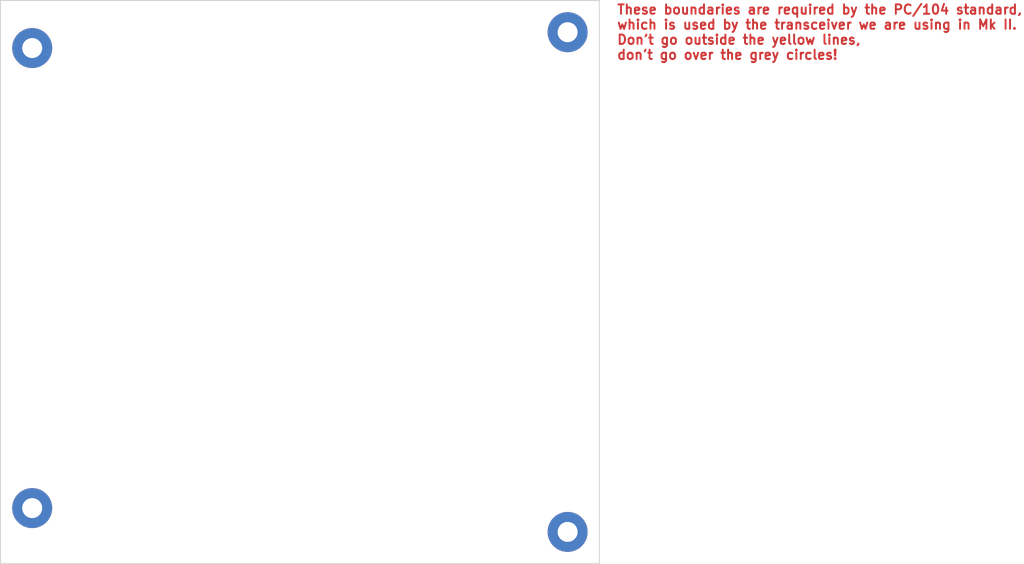
<source format=kicad_pcb>
(kicad_pcb (version 4) (host pcbnew 4.0.7)

  (general
    (links 0)
    (no_connects 0)
    (area 98.589999 48.309999 263.414284 141.520002)
    (thickness 1.6)
    (drawings 5)
    (tracks 4)
    (zones 0)
    (modules 0)
    (nets 1)
  )

  (page A4)
  (layers
    (0 F.Cu signal)
    (31 B.Cu signal)
    (32 B.Adhes user)
    (33 F.Adhes user)
    (34 B.Paste user)
    (35 F.Paste user)
    (36 B.SilkS user)
    (37 F.SilkS user)
    (38 B.Mask user)
    (39 F.Mask user)
    (40 Dwgs.User user)
    (41 Cmts.User user)
    (42 Eco1.User user)
    (43 Eco2.User user)
    (44 Edge.Cuts user)
    (45 Margin user)
    (46 B.CrtYd user)
    (47 F.CrtYd user)
    (48 B.Fab user)
    (49 F.Fab user)
  )

  (setup
    (last_trace_width 0.25)
    (trace_clearance 0.2)
    (zone_clearance 0.508)
    (zone_45_only no)
    (trace_min 0.2)
    (segment_width 0.2)
    (edge_width 0.15)
    (via_size 0.6)
    (via_drill 0.4)
    (via_min_size 0.4)
    (via_min_drill 0.3)
    (user_via 6.4 3.2)
    (uvia_size 0.3)
    (uvia_drill 0.1)
    (uvias_allowed no)
    (uvia_min_size 0.2)
    (uvia_min_drill 0.1)
    (pcb_text_width 0.3)
    (pcb_text_size 1.5 1.5)
    (mod_edge_width 0.15)
    (mod_text_size 1 1)
    (mod_text_width 0.15)
    (pad_size 11 11)
    (pad_drill 6.4)
    (pad_to_mask_clearance 0.2)
    (aux_axis_origin 0 0)
    (visible_elements 7FFFFFFF)
    (pcbplotparams
      (layerselection 0x00030_80000001)
      (usegerberextensions false)
      (excludeedgelayer true)
      (linewidth 0.100000)
      (plotframeref false)
      (viasonmask false)
      (mode 1)
      (useauxorigin false)
      (hpglpennumber 1)
      (hpglpenspeed 20)
      (hpglpendiameter 15)
      (hpglpenoverlay 2)
      (psnegative false)
      (psa4output false)
      (plotreference true)
      (plotvalue true)
      (plotinvisibletext false)
      (padsonsilk false)
      (subtractmaskfromsilk false)
      (outputformat 1)
      (mirror false)
      (drillshape 1)
      (scaleselection 1)
      (outputdirectory ""))
  )

  (net 0 "")

  (net_class Default "This is the default net class."
    (clearance 0.2)
    (trace_width 0.25)
    (via_dia 0.6)
    (via_drill 0.4)
    (uvia_dia 0.3)
    (uvia_drill 0.1)
  )

  (gr_line (start 100.11 140) (end 196 140) (angle 90) (layer Edge.Cuts) (width 0.15))
  (gr_line (start 100.11 49.83) (end 100.11 140) (angle 90) (layer Edge.Cuts) (width 0.15))
  (gr_line (start 196 49.83) (end 100.11 49.83) (angle 90) (layer Edge.Cuts) (width 0.15))
  (gr_line (start 196 49.83) (end 196 140) (angle 90) (layer Edge.Cuts) (width 0.15))
  (gr_text "These boundaries are required by the PC/104 standard,\nwhich is used by the transceiver we are using in Mk II.\nDon't go outside the yellow lines, \ndon't go over the grey circles!\n" (at 198.7 54.9) (layer F.Cu)
    (effects (font (size 1.5 1.5) (thickness 0.3)) (justify left))
  )

  (via (at 190.92 134.92) (size 6.4) (drill 3.2) (layers F.Cu B.Cu) (net 0))
  (via (at 105.19 131.11) (size 6.4) (drill 3.2) (layers F.Cu B.Cu) (net 0))
  (via (at 105.19 57.45) (size 6.4) (drill 3.2) (layers F.Cu B.Cu) (net 0))
  (via (at 190.92 54.91) (size 6.4) (drill 3.2) (layers F.Cu B.Cu) (net 0))

)

</source>
